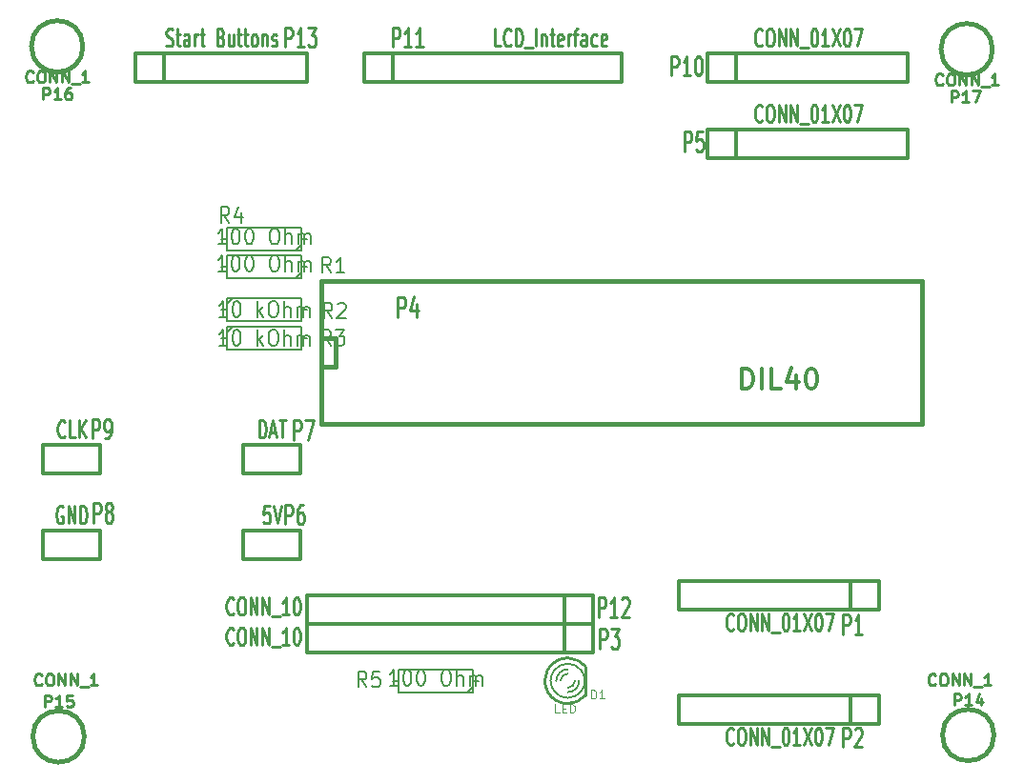
<source format=gto>
G04 (created by PCBNEW (2013-07-07 BZR 4022)-stable) date 12/21/2016 6:33:20 PM*
%MOIN*%
G04 Gerber Fmt 3.4, Leading zero omitted, Abs format*
%FSLAX34Y34*%
G01*
G70*
G90*
G04 APERTURE LIST*
%ADD10C,0.00590551*%
%ADD11C,0.012*%
%ADD12C,0.01*%
%ADD13C,0.006*%
%ADD14C,0.015*%
%ADD15C,0.008*%
%ADD16C,0.0107*%
%ADD17C,0.0035*%
%ADD18C,0.01125*%
G04 APERTURE END LIST*
G54D10*
G54D11*
X94500Y-54050D02*
X94500Y-55050D01*
X94500Y-55050D02*
X85500Y-55050D01*
X85500Y-55050D02*
X85500Y-54050D01*
X94500Y-54050D02*
X85500Y-54050D01*
X86500Y-54050D02*
X86500Y-55050D01*
X97500Y-54050D02*
X97500Y-54050D01*
X97500Y-54050D02*
X104500Y-54050D01*
X104500Y-54050D02*
X104500Y-55050D01*
X104500Y-55050D02*
X97500Y-55050D01*
X97500Y-55050D02*
X97500Y-54050D01*
X98500Y-55050D02*
X98500Y-55050D01*
X98500Y-55050D02*
X98500Y-54050D01*
X97500Y-56700D02*
X97500Y-56700D01*
X97500Y-56700D02*
X104500Y-56700D01*
X104500Y-56700D02*
X104500Y-57700D01*
X104500Y-57700D02*
X97500Y-57700D01*
X97500Y-57700D02*
X97500Y-56700D01*
X98500Y-57700D02*
X98500Y-57700D01*
X98500Y-57700D02*
X98500Y-56700D01*
X103500Y-77500D02*
X103500Y-77500D01*
X103500Y-77500D02*
X96500Y-77500D01*
X96500Y-77500D02*
X96500Y-76500D01*
X96500Y-76500D02*
X103500Y-76500D01*
X103500Y-76500D02*
X103500Y-77500D01*
X102500Y-76500D02*
X102500Y-76500D01*
X102500Y-76500D02*
X102500Y-77500D01*
X103500Y-73500D02*
X103500Y-73500D01*
X103500Y-73500D02*
X96500Y-73500D01*
X96500Y-73500D02*
X96500Y-72500D01*
X96500Y-72500D02*
X103500Y-72500D01*
X103500Y-72500D02*
X103500Y-73500D01*
X102500Y-72500D02*
X102500Y-72500D01*
X102500Y-72500D02*
X102500Y-73500D01*
X77500Y-55050D02*
X77500Y-54050D01*
X77500Y-54050D02*
X83500Y-54050D01*
X83500Y-54050D02*
X83500Y-55050D01*
X83500Y-55050D02*
X77500Y-55050D01*
X78500Y-55050D02*
X78500Y-54050D01*
X81250Y-68750D02*
X81250Y-67750D01*
X81250Y-67750D02*
X83250Y-67750D01*
X83250Y-67750D02*
X83250Y-68750D01*
X83250Y-68750D02*
X81250Y-68750D01*
X81250Y-71750D02*
X81250Y-70750D01*
X81250Y-70750D02*
X83250Y-70750D01*
X83250Y-70750D02*
X83250Y-71750D01*
X83250Y-71750D02*
X81250Y-71750D01*
X74250Y-71750D02*
X74250Y-70750D01*
X74250Y-70750D02*
X76250Y-70750D01*
X76250Y-70750D02*
X76250Y-71750D01*
X76250Y-71750D02*
X74250Y-71750D01*
X74250Y-68750D02*
X74250Y-67750D01*
X74250Y-67750D02*
X76250Y-67750D01*
X76250Y-67750D02*
X76250Y-68750D01*
X76250Y-68750D02*
X74250Y-68750D01*
G54D12*
X93220Y-76500D02*
X93220Y-75500D01*
G54D13*
X92139Y-75615D02*
G75*
G03X92000Y-76000I460J-384D01*
G74*
G01*
X92000Y-76000D02*
G75*
G03X92151Y-76397I599J0D01*
G74*
G01*
X93199Y-76000D02*
G75*
G03X93055Y-75610I-599J0D01*
G74*
G01*
X93060Y-76384D02*
G75*
G03X93200Y-76000I-460J384D01*
G74*
G01*
X93087Y-75650D02*
G75*
G03X92600Y-75400I-487J-349D01*
G74*
G01*
X92600Y-75400D02*
G75*
G03X92120Y-75639I0J-600D01*
G74*
G01*
X92600Y-76599D02*
G75*
G03X93072Y-76368I0J599D01*
G74*
G01*
X92126Y-76368D02*
G75*
G03X92600Y-76600I473J368D01*
G74*
G01*
X92600Y-75750D02*
G75*
G03X92350Y-76000I0J-250D01*
G74*
G01*
X92600Y-75600D02*
G75*
G03X92200Y-76000I0J-400D01*
G74*
G01*
X92600Y-76250D02*
G75*
G03X92850Y-76000I0J250D01*
G74*
G01*
X92600Y-76400D02*
G75*
G03X93000Y-76000I0J400D01*
G74*
G01*
G54D12*
X93213Y-75486D02*
G75*
G03X92600Y-75200I-613J-513D01*
G74*
G01*
X92600Y-75201D02*
G75*
G03X91895Y-75623I0J-799D01*
G74*
G01*
X92601Y-76798D02*
G75*
G03X93210Y-76515I-1J798D01*
G74*
G01*
X91905Y-76397D02*
G75*
G03X92600Y-76800I694J397D01*
G74*
G01*
X91895Y-75620D02*
G75*
G03X91800Y-76000I704J-379D01*
G74*
G01*
X91800Y-76000D02*
G75*
G03X91918Y-76418I799J0D01*
G74*
G01*
G54D14*
X84000Y-64000D02*
X84500Y-64000D01*
X84500Y-64000D02*
X84500Y-65000D01*
X84500Y-65000D02*
X84000Y-65000D01*
X84000Y-62000D02*
X105000Y-62000D01*
X105000Y-62000D02*
X105000Y-67000D01*
X105000Y-67000D02*
X84000Y-67000D01*
X84000Y-67000D02*
X84000Y-62000D01*
G54D11*
X93500Y-73000D02*
X93500Y-74000D01*
X93500Y-74000D02*
X83500Y-74000D01*
X83500Y-74000D02*
X83500Y-73000D01*
X83500Y-73000D02*
X93500Y-73000D01*
X92500Y-73000D02*
X92500Y-74000D01*
X93500Y-74000D02*
X93500Y-75000D01*
X93500Y-75000D02*
X83500Y-75000D01*
X83500Y-75000D02*
X83500Y-74000D01*
X83500Y-74000D02*
X93500Y-74000D01*
X92500Y-74000D02*
X92500Y-75000D01*
G54D15*
X80500Y-63000D02*
X80700Y-63000D01*
X83500Y-63000D02*
X83300Y-63000D01*
X83300Y-63000D02*
X83300Y-62600D01*
X83300Y-62600D02*
X80700Y-62600D01*
X80700Y-62600D02*
X80700Y-63400D01*
X80700Y-63400D02*
X83300Y-63400D01*
X83300Y-63400D02*
X83300Y-63000D01*
X80700Y-62800D02*
X80900Y-62600D01*
G54D14*
X107500Y-77900D02*
G75*
G03X107500Y-77900I-900J0D01*
G74*
G01*
X75700Y-77950D02*
G75*
G03X75700Y-77950I-900J0D01*
G74*
G01*
X75650Y-53800D02*
G75*
G03X75650Y-53800I-900J0D01*
G74*
G01*
X107450Y-53900D02*
G75*
G03X107450Y-53900I-900J0D01*
G74*
G01*
G54D15*
X83500Y-61500D02*
X83300Y-61500D01*
X80500Y-61500D02*
X80700Y-61500D01*
X80700Y-61500D02*
X80700Y-61900D01*
X80700Y-61900D02*
X83300Y-61900D01*
X83300Y-61900D02*
X83300Y-61100D01*
X83300Y-61100D02*
X80700Y-61100D01*
X80700Y-61100D02*
X80700Y-61500D01*
X83300Y-61700D02*
X83100Y-61900D01*
X80500Y-64000D02*
X80700Y-64000D01*
X83500Y-64000D02*
X83300Y-64000D01*
X83300Y-64000D02*
X83300Y-63600D01*
X83300Y-63600D02*
X80700Y-63600D01*
X80700Y-63600D02*
X80700Y-64400D01*
X80700Y-64400D02*
X83300Y-64400D01*
X83300Y-64400D02*
X83300Y-64000D01*
X80700Y-63800D02*
X80900Y-63600D01*
X83500Y-60550D02*
X83300Y-60550D01*
X80500Y-60550D02*
X80700Y-60550D01*
X80700Y-60550D02*
X80700Y-60950D01*
X80700Y-60950D02*
X83300Y-60950D01*
X83300Y-60950D02*
X83300Y-60150D01*
X83300Y-60150D02*
X80700Y-60150D01*
X80700Y-60150D02*
X80700Y-60550D01*
X83300Y-60750D02*
X83100Y-60950D01*
X89500Y-76000D02*
X89300Y-76000D01*
X86500Y-76000D02*
X86700Y-76000D01*
X86700Y-76000D02*
X86700Y-76400D01*
X86700Y-76400D02*
X89300Y-76400D01*
X89300Y-76400D02*
X89300Y-75600D01*
X89300Y-75600D02*
X86700Y-75600D01*
X86700Y-75600D02*
X86700Y-76000D01*
X89300Y-76200D02*
X89100Y-76400D01*
G54D16*
X86480Y-53825D02*
X86480Y-53144D01*
X86643Y-53144D01*
X86684Y-53177D01*
X86704Y-53209D01*
X86724Y-53274D01*
X86724Y-53371D01*
X86704Y-53436D01*
X86684Y-53468D01*
X86643Y-53501D01*
X86480Y-53501D01*
X87132Y-53825D02*
X86887Y-53825D01*
X87010Y-53825D02*
X87010Y-53144D01*
X86969Y-53241D01*
X86928Y-53306D01*
X86887Y-53339D01*
X87540Y-53825D02*
X87295Y-53825D01*
X87417Y-53825D02*
X87417Y-53144D01*
X87377Y-53241D01*
X87336Y-53306D01*
X87295Y-53339D01*
G54D11*
G54D12*
X90247Y-53792D02*
X90057Y-53792D01*
X90057Y-53192D01*
X90609Y-53735D02*
X90590Y-53764D01*
X90533Y-53792D01*
X90495Y-53792D01*
X90438Y-53764D01*
X90400Y-53707D01*
X90380Y-53650D01*
X90361Y-53535D01*
X90361Y-53450D01*
X90380Y-53335D01*
X90400Y-53278D01*
X90438Y-53221D01*
X90495Y-53192D01*
X90533Y-53192D01*
X90590Y-53221D01*
X90609Y-53250D01*
X90780Y-53792D02*
X90780Y-53192D01*
X90876Y-53192D01*
X90933Y-53221D01*
X90971Y-53278D01*
X90990Y-53335D01*
X91009Y-53450D01*
X91009Y-53535D01*
X90990Y-53650D01*
X90971Y-53707D01*
X90933Y-53764D01*
X90876Y-53792D01*
X90780Y-53792D01*
X91085Y-53850D02*
X91390Y-53850D01*
X91485Y-53792D02*
X91485Y-53192D01*
X91676Y-53392D02*
X91676Y-53792D01*
X91676Y-53450D02*
X91695Y-53421D01*
X91733Y-53392D01*
X91790Y-53392D01*
X91828Y-53421D01*
X91847Y-53478D01*
X91847Y-53792D01*
X91980Y-53392D02*
X92133Y-53392D01*
X92038Y-53192D02*
X92038Y-53707D01*
X92057Y-53764D01*
X92095Y-53792D01*
X92133Y-53792D01*
X92419Y-53764D02*
X92380Y-53792D01*
X92304Y-53792D01*
X92266Y-53764D01*
X92247Y-53707D01*
X92247Y-53478D01*
X92266Y-53421D01*
X92304Y-53392D01*
X92380Y-53392D01*
X92419Y-53421D01*
X92438Y-53478D01*
X92438Y-53535D01*
X92247Y-53592D01*
X92609Y-53792D02*
X92609Y-53392D01*
X92609Y-53507D02*
X92628Y-53450D01*
X92647Y-53421D01*
X92685Y-53392D01*
X92723Y-53392D01*
X92800Y-53392D02*
X92952Y-53392D01*
X92857Y-53792D02*
X92857Y-53278D01*
X92876Y-53221D01*
X92914Y-53192D01*
X92952Y-53192D01*
X93257Y-53792D02*
X93257Y-53478D01*
X93238Y-53421D01*
X93199Y-53392D01*
X93123Y-53392D01*
X93085Y-53421D01*
X93257Y-53764D02*
X93219Y-53792D01*
X93123Y-53792D01*
X93085Y-53764D01*
X93066Y-53707D01*
X93066Y-53650D01*
X93085Y-53592D01*
X93123Y-53564D01*
X93219Y-53564D01*
X93257Y-53535D01*
X93619Y-53764D02*
X93580Y-53792D01*
X93504Y-53792D01*
X93466Y-53764D01*
X93447Y-53735D01*
X93428Y-53678D01*
X93428Y-53507D01*
X93447Y-53450D01*
X93466Y-53421D01*
X93504Y-53392D01*
X93580Y-53392D01*
X93619Y-53421D01*
X93942Y-53764D02*
X93904Y-53792D01*
X93828Y-53792D01*
X93790Y-53764D01*
X93771Y-53707D01*
X93771Y-53478D01*
X93790Y-53421D01*
X93828Y-53392D01*
X93904Y-53392D01*
X93942Y-53421D01*
X93961Y-53478D01*
X93961Y-53535D01*
X93771Y-53592D01*
G54D11*
G54D16*
X96230Y-54825D02*
X96230Y-54144D01*
X96393Y-54144D01*
X96434Y-54177D01*
X96454Y-54209D01*
X96474Y-54274D01*
X96474Y-54371D01*
X96454Y-54436D01*
X96434Y-54468D01*
X96393Y-54501D01*
X96230Y-54501D01*
X96882Y-54825D02*
X96637Y-54825D01*
X96760Y-54825D02*
X96760Y-54144D01*
X96719Y-54241D01*
X96678Y-54306D01*
X96637Y-54339D01*
X97147Y-54144D02*
X97188Y-54144D01*
X97228Y-54177D01*
X97249Y-54209D01*
X97269Y-54274D01*
X97290Y-54404D01*
X97290Y-54566D01*
X97269Y-54695D01*
X97249Y-54760D01*
X97228Y-54793D01*
X97188Y-54825D01*
X97147Y-54825D01*
X97106Y-54793D01*
X97086Y-54760D01*
X97065Y-54695D01*
X97045Y-54566D01*
X97045Y-54404D01*
X97065Y-54274D01*
X97086Y-54209D01*
X97106Y-54177D01*
X97147Y-54144D01*
G54D11*
G54D12*
X99390Y-53735D02*
X99371Y-53764D01*
X99314Y-53792D01*
X99276Y-53792D01*
X99219Y-53764D01*
X99180Y-53707D01*
X99161Y-53650D01*
X99142Y-53535D01*
X99142Y-53450D01*
X99161Y-53335D01*
X99180Y-53278D01*
X99219Y-53221D01*
X99276Y-53192D01*
X99314Y-53192D01*
X99371Y-53221D01*
X99390Y-53250D01*
X99638Y-53192D02*
X99714Y-53192D01*
X99752Y-53221D01*
X99790Y-53278D01*
X99809Y-53392D01*
X99809Y-53592D01*
X99790Y-53707D01*
X99752Y-53764D01*
X99714Y-53792D01*
X99638Y-53792D01*
X99600Y-53764D01*
X99561Y-53707D01*
X99542Y-53592D01*
X99542Y-53392D01*
X99561Y-53278D01*
X99600Y-53221D01*
X99638Y-53192D01*
X99980Y-53792D02*
X99980Y-53192D01*
X100209Y-53792D01*
X100209Y-53192D01*
X100400Y-53792D02*
X100400Y-53192D01*
X100628Y-53792D01*
X100628Y-53192D01*
X100723Y-53850D02*
X101028Y-53850D01*
X101200Y-53192D02*
X101238Y-53192D01*
X101276Y-53221D01*
X101295Y-53250D01*
X101314Y-53307D01*
X101333Y-53421D01*
X101333Y-53564D01*
X101314Y-53678D01*
X101295Y-53735D01*
X101276Y-53764D01*
X101238Y-53792D01*
X101200Y-53792D01*
X101161Y-53764D01*
X101142Y-53735D01*
X101123Y-53678D01*
X101104Y-53564D01*
X101104Y-53421D01*
X101123Y-53307D01*
X101142Y-53250D01*
X101161Y-53221D01*
X101200Y-53192D01*
X101714Y-53792D02*
X101485Y-53792D01*
X101600Y-53792D02*
X101600Y-53192D01*
X101561Y-53278D01*
X101523Y-53335D01*
X101485Y-53364D01*
X101847Y-53192D02*
X102114Y-53792D01*
X102114Y-53192D02*
X101847Y-53792D01*
X102342Y-53192D02*
X102380Y-53192D01*
X102419Y-53221D01*
X102438Y-53250D01*
X102457Y-53307D01*
X102476Y-53421D01*
X102476Y-53564D01*
X102457Y-53678D01*
X102438Y-53735D01*
X102419Y-53764D01*
X102380Y-53792D01*
X102342Y-53792D01*
X102304Y-53764D01*
X102285Y-53735D01*
X102266Y-53678D01*
X102247Y-53564D01*
X102247Y-53421D01*
X102266Y-53307D01*
X102285Y-53250D01*
X102304Y-53221D01*
X102342Y-53192D01*
X102609Y-53192D02*
X102876Y-53192D01*
X102704Y-53792D01*
G54D11*
G54D16*
X96684Y-57475D02*
X96684Y-56794D01*
X96847Y-56794D01*
X96887Y-56827D01*
X96908Y-56859D01*
X96928Y-56924D01*
X96928Y-57021D01*
X96908Y-57086D01*
X96887Y-57118D01*
X96847Y-57151D01*
X96684Y-57151D01*
X97315Y-56794D02*
X97112Y-56794D01*
X97091Y-57118D01*
X97112Y-57086D01*
X97152Y-57054D01*
X97254Y-57054D01*
X97295Y-57086D01*
X97315Y-57118D01*
X97336Y-57183D01*
X97336Y-57345D01*
X97315Y-57410D01*
X97295Y-57443D01*
X97254Y-57475D01*
X97152Y-57475D01*
X97112Y-57443D01*
X97091Y-57410D01*
G54D11*
G54D12*
X99390Y-56385D02*
X99371Y-56414D01*
X99314Y-56442D01*
X99276Y-56442D01*
X99219Y-56414D01*
X99180Y-56357D01*
X99161Y-56300D01*
X99142Y-56185D01*
X99142Y-56100D01*
X99161Y-55985D01*
X99180Y-55928D01*
X99219Y-55871D01*
X99276Y-55842D01*
X99314Y-55842D01*
X99371Y-55871D01*
X99390Y-55900D01*
X99638Y-55842D02*
X99714Y-55842D01*
X99752Y-55871D01*
X99790Y-55928D01*
X99809Y-56042D01*
X99809Y-56242D01*
X99790Y-56357D01*
X99752Y-56414D01*
X99714Y-56442D01*
X99638Y-56442D01*
X99600Y-56414D01*
X99561Y-56357D01*
X99542Y-56242D01*
X99542Y-56042D01*
X99561Y-55928D01*
X99600Y-55871D01*
X99638Y-55842D01*
X99980Y-56442D02*
X99980Y-55842D01*
X100209Y-56442D01*
X100209Y-55842D01*
X100400Y-56442D02*
X100400Y-55842D01*
X100628Y-56442D01*
X100628Y-55842D01*
X100723Y-56500D02*
X101028Y-56500D01*
X101200Y-55842D02*
X101238Y-55842D01*
X101276Y-55871D01*
X101295Y-55900D01*
X101314Y-55957D01*
X101333Y-56071D01*
X101333Y-56214D01*
X101314Y-56328D01*
X101295Y-56385D01*
X101276Y-56414D01*
X101238Y-56442D01*
X101200Y-56442D01*
X101161Y-56414D01*
X101142Y-56385D01*
X101123Y-56328D01*
X101104Y-56214D01*
X101104Y-56071D01*
X101123Y-55957D01*
X101142Y-55900D01*
X101161Y-55871D01*
X101200Y-55842D01*
X101714Y-56442D02*
X101485Y-56442D01*
X101600Y-56442D02*
X101600Y-55842D01*
X101561Y-55928D01*
X101523Y-55985D01*
X101485Y-56014D01*
X101847Y-55842D02*
X102114Y-56442D01*
X102114Y-55842D02*
X101847Y-56442D01*
X102342Y-55842D02*
X102380Y-55842D01*
X102419Y-55871D01*
X102438Y-55900D01*
X102457Y-55957D01*
X102476Y-56071D01*
X102476Y-56214D01*
X102457Y-56328D01*
X102438Y-56385D01*
X102419Y-56414D01*
X102380Y-56442D01*
X102342Y-56442D01*
X102304Y-56414D01*
X102285Y-56385D01*
X102266Y-56328D01*
X102247Y-56214D01*
X102247Y-56071D01*
X102266Y-55957D01*
X102285Y-55900D01*
X102304Y-55871D01*
X102342Y-55842D01*
X102609Y-55842D02*
X102876Y-55842D01*
X102704Y-56442D01*
G54D11*
G54D16*
X102234Y-78325D02*
X102234Y-77644D01*
X102397Y-77644D01*
X102437Y-77677D01*
X102458Y-77709D01*
X102478Y-77774D01*
X102478Y-77871D01*
X102458Y-77936D01*
X102437Y-77968D01*
X102397Y-78001D01*
X102234Y-78001D01*
X102641Y-77709D02*
X102662Y-77677D01*
X102702Y-77644D01*
X102804Y-77644D01*
X102845Y-77677D01*
X102865Y-77709D01*
X102886Y-77774D01*
X102886Y-77839D01*
X102865Y-77936D01*
X102621Y-78325D01*
X102886Y-78325D01*
G54D11*
G54D12*
X98390Y-78185D02*
X98371Y-78214D01*
X98314Y-78242D01*
X98276Y-78242D01*
X98219Y-78214D01*
X98180Y-78157D01*
X98161Y-78100D01*
X98142Y-77985D01*
X98142Y-77900D01*
X98161Y-77785D01*
X98180Y-77728D01*
X98219Y-77671D01*
X98276Y-77642D01*
X98314Y-77642D01*
X98371Y-77671D01*
X98390Y-77700D01*
X98638Y-77642D02*
X98714Y-77642D01*
X98752Y-77671D01*
X98790Y-77728D01*
X98809Y-77842D01*
X98809Y-78042D01*
X98790Y-78157D01*
X98752Y-78214D01*
X98714Y-78242D01*
X98638Y-78242D01*
X98600Y-78214D01*
X98561Y-78157D01*
X98542Y-78042D01*
X98542Y-77842D01*
X98561Y-77728D01*
X98600Y-77671D01*
X98638Y-77642D01*
X98980Y-78242D02*
X98980Y-77642D01*
X99209Y-78242D01*
X99209Y-77642D01*
X99400Y-78242D02*
X99400Y-77642D01*
X99628Y-78242D01*
X99628Y-77642D01*
X99723Y-78300D02*
X100028Y-78300D01*
X100200Y-77642D02*
X100238Y-77642D01*
X100276Y-77671D01*
X100295Y-77700D01*
X100314Y-77757D01*
X100333Y-77871D01*
X100333Y-78014D01*
X100314Y-78128D01*
X100295Y-78185D01*
X100276Y-78214D01*
X100238Y-78242D01*
X100200Y-78242D01*
X100161Y-78214D01*
X100142Y-78185D01*
X100123Y-78128D01*
X100104Y-78014D01*
X100104Y-77871D01*
X100123Y-77757D01*
X100142Y-77700D01*
X100161Y-77671D01*
X100200Y-77642D01*
X100714Y-78242D02*
X100485Y-78242D01*
X100600Y-78242D02*
X100600Y-77642D01*
X100561Y-77728D01*
X100523Y-77785D01*
X100485Y-77814D01*
X100847Y-77642D02*
X101114Y-78242D01*
X101114Y-77642D02*
X100847Y-78242D01*
X101342Y-77642D02*
X101380Y-77642D01*
X101419Y-77671D01*
X101438Y-77700D01*
X101457Y-77757D01*
X101476Y-77871D01*
X101476Y-78014D01*
X101457Y-78128D01*
X101438Y-78185D01*
X101419Y-78214D01*
X101380Y-78242D01*
X101342Y-78242D01*
X101304Y-78214D01*
X101285Y-78185D01*
X101266Y-78128D01*
X101247Y-78014D01*
X101247Y-77871D01*
X101266Y-77757D01*
X101285Y-77700D01*
X101304Y-77671D01*
X101342Y-77642D01*
X101609Y-77642D02*
X101876Y-77642D01*
X101704Y-78242D01*
G54D11*
G54D16*
X102234Y-74375D02*
X102234Y-73694D01*
X102397Y-73694D01*
X102437Y-73727D01*
X102458Y-73759D01*
X102478Y-73824D01*
X102478Y-73921D01*
X102458Y-73986D01*
X102437Y-74018D01*
X102397Y-74051D01*
X102234Y-74051D01*
X102886Y-74375D02*
X102641Y-74375D01*
X102764Y-74375D02*
X102764Y-73694D01*
X102723Y-73791D01*
X102682Y-73856D01*
X102641Y-73889D01*
G54D11*
G54D12*
X98390Y-74185D02*
X98371Y-74214D01*
X98314Y-74242D01*
X98276Y-74242D01*
X98219Y-74214D01*
X98180Y-74157D01*
X98161Y-74100D01*
X98142Y-73985D01*
X98142Y-73900D01*
X98161Y-73785D01*
X98180Y-73728D01*
X98219Y-73671D01*
X98276Y-73642D01*
X98314Y-73642D01*
X98371Y-73671D01*
X98390Y-73700D01*
X98638Y-73642D02*
X98714Y-73642D01*
X98752Y-73671D01*
X98790Y-73728D01*
X98809Y-73842D01*
X98809Y-74042D01*
X98790Y-74157D01*
X98752Y-74214D01*
X98714Y-74242D01*
X98638Y-74242D01*
X98600Y-74214D01*
X98561Y-74157D01*
X98542Y-74042D01*
X98542Y-73842D01*
X98561Y-73728D01*
X98600Y-73671D01*
X98638Y-73642D01*
X98980Y-74242D02*
X98980Y-73642D01*
X99209Y-74242D01*
X99209Y-73642D01*
X99400Y-74242D02*
X99400Y-73642D01*
X99628Y-74242D01*
X99628Y-73642D01*
X99723Y-74300D02*
X100028Y-74300D01*
X100200Y-73642D02*
X100238Y-73642D01*
X100276Y-73671D01*
X100295Y-73700D01*
X100314Y-73757D01*
X100333Y-73871D01*
X100333Y-74014D01*
X100314Y-74128D01*
X100295Y-74185D01*
X100276Y-74214D01*
X100238Y-74242D01*
X100200Y-74242D01*
X100161Y-74214D01*
X100142Y-74185D01*
X100123Y-74128D01*
X100104Y-74014D01*
X100104Y-73871D01*
X100123Y-73757D01*
X100142Y-73700D01*
X100161Y-73671D01*
X100200Y-73642D01*
X100714Y-74242D02*
X100485Y-74242D01*
X100600Y-74242D02*
X100600Y-73642D01*
X100561Y-73728D01*
X100523Y-73785D01*
X100485Y-73814D01*
X100847Y-73642D02*
X101114Y-74242D01*
X101114Y-73642D02*
X100847Y-74242D01*
X101342Y-73642D02*
X101380Y-73642D01*
X101419Y-73671D01*
X101438Y-73700D01*
X101457Y-73757D01*
X101476Y-73871D01*
X101476Y-74014D01*
X101457Y-74128D01*
X101438Y-74185D01*
X101419Y-74214D01*
X101380Y-74242D01*
X101342Y-74242D01*
X101304Y-74214D01*
X101285Y-74185D01*
X101266Y-74128D01*
X101247Y-74014D01*
X101247Y-73871D01*
X101266Y-73757D01*
X101285Y-73700D01*
X101304Y-73671D01*
X101342Y-73642D01*
X101609Y-73642D02*
X101876Y-73642D01*
X101704Y-74242D01*
G54D11*
G54D16*
X82730Y-53825D02*
X82730Y-53144D01*
X82893Y-53144D01*
X82934Y-53177D01*
X82954Y-53209D01*
X82974Y-53274D01*
X82974Y-53371D01*
X82954Y-53436D01*
X82934Y-53468D01*
X82893Y-53501D01*
X82730Y-53501D01*
X83382Y-53825D02*
X83137Y-53825D01*
X83260Y-53825D02*
X83260Y-53144D01*
X83219Y-53241D01*
X83178Y-53306D01*
X83137Y-53339D01*
X83525Y-53144D02*
X83790Y-53144D01*
X83647Y-53404D01*
X83708Y-53404D01*
X83749Y-53436D01*
X83769Y-53468D01*
X83790Y-53533D01*
X83790Y-53695D01*
X83769Y-53760D01*
X83749Y-53793D01*
X83708Y-53825D01*
X83586Y-53825D01*
X83545Y-53793D01*
X83525Y-53760D01*
G54D11*
G54D12*
X78566Y-53764D02*
X78623Y-53792D01*
X78719Y-53792D01*
X78757Y-53764D01*
X78776Y-53735D01*
X78795Y-53678D01*
X78795Y-53621D01*
X78776Y-53564D01*
X78757Y-53535D01*
X78719Y-53507D01*
X78642Y-53478D01*
X78604Y-53450D01*
X78585Y-53421D01*
X78566Y-53364D01*
X78566Y-53307D01*
X78585Y-53250D01*
X78604Y-53221D01*
X78642Y-53192D01*
X78738Y-53192D01*
X78795Y-53221D01*
X78909Y-53392D02*
X79061Y-53392D01*
X78966Y-53192D02*
X78966Y-53707D01*
X78985Y-53764D01*
X79023Y-53792D01*
X79061Y-53792D01*
X79366Y-53792D02*
X79366Y-53478D01*
X79347Y-53421D01*
X79309Y-53392D01*
X79233Y-53392D01*
X79195Y-53421D01*
X79366Y-53764D02*
X79328Y-53792D01*
X79233Y-53792D01*
X79195Y-53764D01*
X79176Y-53707D01*
X79176Y-53650D01*
X79195Y-53592D01*
X79233Y-53564D01*
X79328Y-53564D01*
X79366Y-53535D01*
X79557Y-53792D02*
X79557Y-53392D01*
X79557Y-53507D02*
X79576Y-53450D01*
X79595Y-53421D01*
X79633Y-53392D01*
X79671Y-53392D01*
X79747Y-53392D02*
X79900Y-53392D01*
X79804Y-53192D02*
X79804Y-53707D01*
X79823Y-53764D01*
X79861Y-53792D01*
X79900Y-53792D01*
X80471Y-53478D02*
X80528Y-53507D01*
X80547Y-53535D01*
X80566Y-53592D01*
X80566Y-53678D01*
X80547Y-53735D01*
X80528Y-53764D01*
X80490Y-53792D01*
X80338Y-53792D01*
X80338Y-53192D01*
X80471Y-53192D01*
X80509Y-53221D01*
X80528Y-53250D01*
X80547Y-53307D01*
X80547Y-53364D01*
X80528Y-53421D01*
X80509Y-53450D01*
X80471Y-53478D01*
X80338Y-53478D01*
X80909Y-53392D02*
X80909Y-53792D01*
X80738Y-53392D02*
X80738Y-53707D01*
X80757Y-53764D01*
X80795Y-53792D01*
X80852Y-53792D01*
X80890Y-53764D01*
X80909Y-53735D01*
X81042Y-53392D02*
X81195Y-53392D01*
X81100Y-53192D02*
X81100Y-53707D01*
X81119Y-53764D01*
X81157Y-53792D01*
X81195Y-53792D01*
X81271Y-53392D02*
X81423Y-53392D01*
X81328Y-53192D02*
X81328Y-53707D01*
X81347Y-53764D01*
X81385Y-53792D01*
X81423Y-53792D01*
X81614Y-53792D02*
X81576Y-53764D01*
X81557Y-53735D01*
X81538Y-53678D01*
X81538Y-53507D01*
X81557Y-53450D01*
X81576Y-53421D01*
X81614Y-53392D01*
X81671Y-53392D01*
X81709Y-53421D01*
X81728Y-53450D01*
X81747Y-53507D01*
X81747Y-53678D01*
X81728Y-53735D01*
X81709Y-53764D01*
X81671Y-53792D01*
X81614Y-53792D01*
X81919Y-53392D02*
X81919Y-53792D01*
X81919Y-53450D02*
X81938Y-53421D01*
X81976Y-53392D01*
X82033Y-53392D01*
X82071Y-53421D01*
X82090Y-53478D01*
X82090Y-53792D01*
X82261Y-53764D02*
X82299Y-53792D01*
X82376Y-53792D01*
X82414Y-53764D01*
X82433Y-53707D01*
X82433Y-53678D01*
X82414Y-53621D01*
X82376Y-53592D01*
X82319Y-53592D01*
X82280Y-53564D01*
X82261Y-53507D01*
X82261Y-53478D01*
X82280Y-53421D01*
X82319Y-53392D01*
X82376Y-53392D01*
X82414Y-53421D01*
G54D11*
G54D16*
X83034Y-67575D02*
X83034Y-66894D01*
X83197Y-66894D01*
X83237Y-66927D01*
X83258Y-66959D01*
X83278Y-67024D01*
X83278Y-67121D01*
X83258Y-67186D01*
X83237Y-67218D01*
X83197Y-67251D01*
X83034Y-67251D01*
X83421Y-66894D02*
X83706Y-66894D01*
X83523Y-67575D01*
G54D11*
G54D12*
X81821Y-67492D02*
X81821Y-66892D01*
X81916Y-66892D01*
X81973Y-66921D01*
X82011Y-66978D01*
X82030Y-67035D01*
X82050Y-67150D01*
X82050Y-67235D01*
X82030Y-67350D01*
X82011Y-67407D01*
X81973Y-67464D01*
X81916Y-67492D01*
X81821Y-67492D01*
X82202Y-67321D02*
X82392Y-67321D01*
X82164Y-67492D02*
X82297Y-66892D01*
X82430Y-67492D01*
X82507Y-66892D02*
X82735Y-66892D01*
X82621Y-67492D02*
X82621Y-66892D01*
G54D11*
G54D16*
X82734Y-70525D02*
X82734Y-69844D01*
X82897Y-69844D01*
X82937Y-69877D01*
X82958Y-69909D01*
X82978Y-69974D01*
X82978Y-70071D01*
X82958Y-70136D01*
X82937Y-70168D01*
X82897Y-70201D01*
X82734Y-70201D01*
X83345Y-69844D02*
X83264Y-69844D01*
X83223Y-69877D01*
X83202Y-69909D01*
X83162Y-70006D01*
X83141Y-70136D01*
X83141Y-70395D01*
X83162Y-70460D01*
X83182Y-70493D01*
X83223Y-70525D01*
X83304Y-70525D01*
X83345Y-70493D01*
X83365Y-70460D01*
X83386Y-70395D01*
X83386Y-70233D01*
X83365Y-70168D01*
X83345Y-70136D01*
X83304Y-70104D01*
X83223Y-70104D01*
X83182Y-70136D01*
X83162Y-70168D01*
X83141Y-70233D01*
G54D11*
G54D12*
X82173Y-69892D02*
X81983Y-69892D01*
X81964Y-70178D01*
X81983Y-70150D01*
X82021Y-70121D01*
X82116Y-70121D01*
X82154Y-70150D01*
X82173Y-70178D01*
X82192Y-70235D01*
X82192Y-70378D01*
X82173Y-70435D01*
X82154Y-70464D01*
X82116Y-70492D01*
X82021Y-70492D01*
X81983Y-70464D01*
X81964Y-70435D01*
X82307Y-69892D02*
X82440Y-70492D01*
X82573Y-69892D01*
G54D11*
G54D16*
X76034Y-70475D02*
X76034Y-69794D01*
X76197Y-69794D01*
X76237Y-69827D01*
X76258Y-69859D01*
X76278Y-69924D01*
X76278Y-70021D01*
X76258Y-70086D01*
X76237Y-70118D01*
X76197Y-70151D01*
X76034Y-70151D01*
X76523Y-70086D02*
X76482Y-70054D01*
X76462Y-70021D01*
X76441Y-69956D01*
X76441Y-69924D01*
X76462Y-69859D01*
X76482Y-69827D01*
X76523Y-69794D01*
X76604Y-69794D01*
X76645Y-69827D01*
X76665Y-69859D01*
X76686Y-69924D01*
X76686Y-69956D01*
X76665Y-70021D01*
X76645Y-70054D01*
X76604Y-70086D01*
X76523Y-70086D01*
X76482Y-70118D01*
X76462Y-70151D01*
X76441Y-70216D01*
X76441Y-70345D01*
X76462Y-70410D01*
X76482Y-70443D01*
X76523Y-70475D01*
X76604Y-70475D01*
X76645Y-70443D01*
X76665Y-70410D01*
X76686Y-70345D01*
X76686Y-70216D01*
X76665Y-70151D01*
X76645Y-70118D01*
X76604Y-70086D01*
G54D11*
G54D12*
X74945Y-69921D02*
X74907Y-69892D01*
X74850Y-69892D01*
X74792Y-69921D01*
X74754Y-69978D01*
X74735Y-70035D01*
X74716Y-70150D01*
X74716Y-70235D01*
X74735Y-70350D01*
X74754Y-70407D01*
X74792Y-70464D01*
X74850Y-70492D01*
X74888Y-70492D01*
X74945Y-70464D01*
X74964Y-70435D01*
X74964Y-70235D01*
X74888Y-70235D01*
X75135Y-70492D02*
X75135Y-69892D01*
X75364Y-70492D01*
X75364Y-69892D01*
X75554Y-70492D02*
X75554Y-69892D01*
X75650Y-69892D01*
X75707Y-69921D01*
X75745Y-69978D01*
X75764Y-70035D01*
X75783Y-70150D01*
X75783Y-70235D01*
X75764Y-70350D01*
X75745Y-70407D01*
X75707Y-70464D01*
X75650Y-70492D01*
X75554Y-70492D01*
G54D11*
G54D16*
X75984Y-67525D02*
X75984Y-66844D01*
X76147Y-66844D01*
X76187Y-66877D01*
X76208Y-66909D01*
X76228Y-66974D01*
X76228Y-67071D01*
X76208Y-67136D01*
X76187Y-67168D01*
X76147Y-67201D01*
X75984Y-67201D01*
X76432Y-67525D02*
X76514Y-67525D01*
X76554Y-67493D01*
X76575Y-67460D01*
X76615Y-67363D01*
X76636Y-67233D01*
X76636Y-66974D01*
X76615Y-66909D01*
X76595Y-66877D01*
X76554Y-66844D01*
X76473Y-66844D01*
X76432Y-66877D01*
X76412Y-66909D01*
X76391Y-66974D01*
X76391Y-67136D01*
X76412Y-67201D01*
X76432Y-67233D01*
X76473Y-67266D01*
X76554Y-67266D01*
X76595Y-67233D01*
X76615Y-67201D01*
X76636Y-67136D01*
G54D11*
G54D12*
X75011Y-67435D02*
X74992Y-67464D01*
X74935Y-67492D01*
X74897Y-67492D01*
X74840Y-67464D01*
X74802Y-67407D01*
X74783Y-67350D01*
X74764Y-67235D01*
X74764Y-67150D01*
X74783Y-67035D01*
X74802Y-66978D01*
X74840Y-66921D01*
X74897Y-66892D01*
X74935Y-66892D01*
X74992Y-66921D01*
X75011Y-66950D01*
X75373Y-67492D02*
X75183Y-67492D01*
X75183Y-66892D01*
X75507Y-67492D02*
X75507Y-66892D01*
X75735Y-67492D02*
X75564Y-67150D01*
X75735Y-66892D02*
X75507Y-67235D01*
G54D11*
G54D17*
X93428Y-76621D02*
X93428Y-76321D01*
X93500Y-76321D01*
X93542Y-76335D01*
X93571Y-76364D01*
X93585Y-76392D01*
X93600Y-76450D01*
X93600Y-76492D01*
X93585Y-76550D01*
X93571Y-76578D01*
X93542Y-76607D01*
X93500Y-76621D01*
X93428Y-76621D01*
X93885Y-76621D02*
X93714Y-76621D01*
X93800Y-76621D02*
X93800Y-76321D01*
X93771Y-76364D01*
X93742Y-76392D01*
X93714Y-76407D01*
X92307Y-77121D02*
X92164Y-77121D01*
X92164Y-76821D01*
X92407Y-76964D02*
X92507Y-76964D01*
X92550Y-77121D02*
X92407Y-77121D01*
X92407Y-76821D01*
X92550Y-76821D01*
X92678Y-77121D02*
X92678Y-76821D01*
X92750Y-76821D01*
X92792Y-76835D01*
X92821Y-76864D01*
X92835Y-76892D01*
X92850Y-76950D01*
X92850Y-76992D01*
X92835Y-77050D01*
X92821Y-77078D01*
X92792Y-77107D01*
X92750Y-77121D01*
X92678Y-77121D01*
G54D18*
X86667Y-63283D02*
X86667Y-62583D01*
X86839Y-62583D01*
X86882Y-62616D01*
X86903Y-62650D01*
X86925Y-62716D01*
X86925Y-62816D01*
X86903Y-62883D01*
X86882Y-62916D01*
X86839Y-62950D01*
X86667Y-62950D01*
X87310Y-62816D02*
X87310Y-63283D01*
X87203Y-62550D02*
X87096Y-63050D01*
X87375Y-63050D01*
G54D11*
X98700Y-65783D02*
X98700Y-65083D01*
X98866Y-65083D01*
X98966Y-65116D01*
X99033Y-65183D01*
X99066Y-65250D01*
X99100Y-65383D01*
X99100Y-65483D01*
X99066Y-65616D01*
X99033Y-65683D01*
X98966Y-65750D01*
X98866Y-65783D01*
X98700Y-65783D01*
X99400Y-65783D02*
X99400Y-65083D01*
X100066Y-65783D02*
X99733Y-65783D01*
X99733Y-65083D01*
X100600Y-65316D02*
X100600Y-65783D01*
X100433Y-65050D02*
X100266Y-65550D01*
X100700Y-65550D01*
X101100Y-65083D02*
X101166Y-65083D01*
X101233Y-65116D01*
X101266Y-65150D01*
X101300Y-65216D01*
X101333Y-65350D01*
X101333Y-65516D01*
X101300Y-65650D01*
X101266Y-65716D01*
X101233Y-65750D01*
X101166Y-65783D01*
X101100Y-65783D01*
X101033Y-65750D01*
X101000Y-65716D01*
X100966Y-65650D01*
X100933Y-65516D01*
X100933Y-65350D01*
X100966Y-65216D01*
X101000Y-65150D01*
X101033Y-65116D01*
X101100Y-65083D01*
G54D16*
X93680Y-73775D02*
X93680Y-73094D01*
X93843Y-73094D01*
X93884Y-73127D01*
X93904Y-73159D01*
X93924Y-73224D01*
X93924Y-73321D01*
X93904Y-73386D01*
X93884Y-73418D01*
X93843Y-73451D01*
X93680Y-73451D01*
X94332Y-73775D02*
X94087Y-73775D01*
X94210Y-73775D02*
X94210Y-73094D01*
X94169Y-73191D01*
X94128Y-73256D01*
X94087Y-73289D01*
X94495Y-73159D02*
X94515Y-73127D01*
X94556Y-73094D01*
X94658Y-73094D01*
X94699Y-73127D01*
X94719Y-73159D01*
X94740Y-73224D01*
X94740Y-73289D01*
X94719Y-73386D01*
X94475Y-73775D01*
X94740Y-73775D01*
G54D11*
G54D12*
X80911Y-73635D02*
X80892Y-73664D01*
X80835Y-73692D01*
X80797Y-73692D01*
X80740Y-73664D01*
X80702Y-73607D01*
X80683Y-73550D01*
X80664Y-73435D01*
X80664Y-73350D01*
X80683Y-73235D01*
X80702Y-73178D01*
X80740Y-73121D01*
X80797Y-73092D01*
X80835Y-73092D01*
X80892Y-73121D01*
X80911Y-73150D01*
X81159Y-73092D02*
X81235Y-73092D01*
X81273Y-73121D01*
X81311Y-73178D01*
X81330Y-73292D01*
X81330Y-73492D01*
X81311Y-73607D01*
X81273Y-73664D01*
X81235Y-73692D01*
X81159Y-73692D01*
X81121Y-73664D01*
X81083Y-73607D01*
X81064Y-73492D01*
X81064Y-73292D01*
X81083Y-73178D01*
X81121Y-73121D01*
X81159Y-73092D01*
X81502Y-73692D02*
X81502Y-73092D01*
X81730Y-73692D01*
X81730Y-73092D01*
X81921Y-73692D02*
X81921Y-73092D01*
X82150Y-73692D01*
X82150Y-73092D01*
X82245Y-73750D02*
X82550Y-73750D01*
X82854Y-73692D02*
X82626Y-73692D01*
X82740Y-73692D02*
X82740Y-73092D01*
X82702Y-73178D01*
X82664Y-73235D01*
X82626Y-73264D01*
X83102Y-73092D02*
X83140Y-73092D01*
X83178Y-73121D01*
X83197Y-73150D01*
X83216Y-73207D01*
X83235Y-73321D01*
X83235Y-73464D01*
X83216Y-73578D01*
X83197Y-73635D01*
X83178Y-73664D01*
X83140Y-73692D01*
X83102Y-73692D01*
X83064Y-73664D01*
X83045Y-73635D01*
X83026Y-73578D01*
X83007Y-73464D01*
X83007Y-73321D01*
X83026Y-73207D01*
X83045Y-73150D01*
X83064Y-73121D01*
X83102Y-73092D01*
G54D11*
G54D16*
X93734Y-74875D02*
X93734Y-74194D01*
X93897Y-74194D01*
X93937Y-74227D01*
X93958Y-74259D01*
X93978Y-74324D01*
X93978Y-74421D01*
X93958Y-74486D01*
X93937Y-74518D01*
X93897Y-74551D01*
X93734Y-74551D01*
X94121Y-74194D02*
X94386Y-74194D01*
X94243Y-74454D01*
X94304Y-74454D01*
X94345Y-74486D01*
X94365Y-74518D01*
X94386Y-74583D01*
X94386Y-74745D01*
X94365Y-74810D01*
X94345Y-74843D01*
X94304Y-74875D01*
X94182Y-74875D01*
X94141Y-74843D01*
X94121Y-74810D01*
G54D11*
G54D12*
X80911Y-74685D02*
X80892Y-74714D01*
X80835Y-74742D01*
X80797Y-74742D01*
X80740Y-74714D01*
X80702Y-74657D01*
X80683Y-74600D01*
X80664Y-74485D01*
X80664Y-74400D01*
X80683Y-74285D01*
X80702Y-74228D01*
X80740Y-74171D01*
X80797Y-74142D01*
X80835Y-74142D01*
X80892Y-74171D01*
X80911Y-74200D01*
X81159Y-74142D02*
X81235Y-74142D01*
X81273Y-74171D01*
X81311Y-74228D01*
X81330Y-74342D01*
X81330Y-74542D01*
X81311Y-74657D01*
X81273Y-74714D01*
X81235Y-74742D01*
X81159Y-74742D01*
X81121Y-74714D01*
X81083Y-74657D01*
X81064Y-74542D01*
X81064Y-74342D01*
X81083Y-74228D01*
X81121Y-74171D01*
X81159Y-74142D01*
X81502Y-74742D02*
X81502Y-74142D01*
X81730Y-74742D01*
X81730Y-74142D01*
X81921Y-74742D02*
X81921Y-74142D01*
X82150Y-74742D01*
X82150Y-74142D01*
X82245Y-74800D02*
X82550Y-74800D01*
X82854Y-74742D02*
X82626Y-74742D01*
X82740Y-74742D02*
X82740Y-74142D01*
X82702Y-74228D01*
X82664Y-74285D01*
X82626Y-74314D01*
X83102Y-74142D02*
X83140Y-74142D01*
X83178Y-74171D01*
X83197Y-74200D01*
X83216Y-74257D01*
X83235Y-74371D01*
X83235Y-74514D01*
X83216Y-74628D01*
X83197Y-74685D01*
X83178Y-74714D01*
X83140Y-74742D01*
X83102Y-74742D01*
X83064Y-74714D01*
X83045Y-74685D01*
X83026Y-74628D01*
X83007Y-74514D01*
X83007Y-74371D01*
X83026Y-74257D01*
X83045Y-74200D01*
X83064Y-74171D01*
X83102Y-74142D01*
G54D11*
G54D15*
X84366Y-63322D02*
X84200Y-63060D01*
X84080Y-63322D02*
X84080Y-62772D01*
X84271Y-62772D01*
X84319Y-62798D01*
X84342Y-62825D01*
X84366Y-62877D01*
X84366Y-62955D01*
X84342Y-63008D01*
X84319Y-63034D01*
X84271Y-63060D01*
X84080Y-63060D01*
X84557Y-62825D02*
X84580Y-62798D01*
X84628Y-62772D01*
X84747Y-62772D01*
X84795Y-62798D01*
X84819Y-62825D01*
X84842Y-62877D01*
X84842Y-62929D01*
X84819Y-63008D01*
X84533Y-63322D01*
X84842Y-63322D01*
X80690Y-63272D02*
X80404Y-63272D01*
X80547Y-63272D02*
X80547Y-62722D01*
X80500Y-62801D01*
X80452Y-62853D01*
X80404Y-62879D01*
X81000Y-62722D02*
X81047Y-62722D01*
X81095Y-62748D01*
X81119Y-62775D01*
X81142Y-62827D01*
X81166Y-62932D01*
X81166Y-63063D01*
X81142Y-63167D01*
X81119Y-63220D01*
X81095Y-63246D01*
X81047Y-63272D01*
X81000Y-63272D01*
X80952Y-63246D01*
X80928Y-63220D01*
X80904Y-63167D01*
X80880Y-63063D01*
X80880Y-62932D01*
X80904Y-62827D01*
X80928Y-62775D01*
X80952Y-62748D01*
X81000Y-62722D01*
X81761Y-63272D02*
X81761Y-62722D01*
X81809Y-63063D02*
X81952Y-63272D01*
X81952Y-62905D02*
X81761Y-63115D01*
X82261Y-62722D02*
X82357Y-62722D01*
X82404Y-62748D01*
X82452Y-62801D01*
X82476Y-62905D01*
X82476Y-63089D01*
X82452Y-63194D01*
X82404Y-63246D01*
X82357Y-63272D01*
X82261Y-63272D01*
X82214Y-63246D01*
X82166Y-63194D01*
X82142Y-63089D01*
X82142Y-62905D01*
X82166Y-62801D01*
X82214Y-62748D01*
X82261Y-62722D01*
X82690Y-63272D02*
X82690Y-62722D01*
X82904Y-63272D02*
X82904Y-62984D01*
X82880Y-62932D01*
X82833Y-62905D01*
X82761Y-62905D01*
X82714Y-62932D01*
X82690Y-62958D01*
X83142Y-63272D02*
X83142Y-62905D01*
X83142Y-62958D02*
X83166Y-62932D01*
X83214Y-62905D01*
X83285Y-62905D01*
X83333Y-62932D01*
X83357Y-62984D01*
X83357Y-63272D01*
X83357Y-62984D02*
X83380Y-62932D01*
X83428Y-62905D01*
X83500Y-62905D01*
X83547Y-62932D01*
X83571Y-62984D01*
X83571Y-63272D01*
G54D12*
X106114Y-76861D02*
X106114Y-76461D01*
X106266Y-76461D01*
X106304Y-76480D01*
X106323Y-76500D01*
X106342Y-76538D01*
X106342Y-76595D01*
X106323Y-76633D01*
X106304Y-76652D01*
X106266Y-76671D01*
X106114Y-76671D01*
X106723Y-76861D02*
X106495Y-76861D01*
X106609Y-76861D02*
X106609Y-76461D01*
X106571Y-76519D01*
X106533Y-76557D01*
X106495Y-76576D01*
X107066Y-76595D02*
X107066Y-76861D01*
X106971Y-76442D02*
X106876Y-76728D01*
X107123Y-76728D01*
X105452Y-76123D02*
X105433Y-76142D01*
X105376Y-76161D01*
X105338Y-76161D01*
X105280Y-76142D01*
X105242Y-76104D01*
X105223Y-76066D01*
X105204Y-75990D01*
X105204Y-75933D01*
X105223Y-75857D01*
X105242Y-75819D01*
X105280Y-75780D01*
X105338Y-75761D01*
X105376Y-75761D01*
X105433Y-75780D01*
X105452Y-75800D01*
X105700Y-75761D02*
X105776Y-75761D01*
X105814Y-75780D01*
X105852Y-75819D01*
X105871Y-75895D01*
X105871Y-76028D01*
X105852Y-76104D01*
X105814Y-76142D01*
X105776Y-76161D01*
X105700Y-76161D01*
X105661Y-76142D01*
X105623Y-76104D01*
X105604Y-76028D01*
X105604Y-75895D01*
X105623Y-75819D01*
X105661Y-75780D01*
X105700Y-75761D01*
X106042Y-76161D02*
X106042Y-75761D01*
X106271Y-76161D01*
X106271Y-75761D01*
X106461Y-76161D02*
X106461Y-75761D01*
X106690Y-76161D01*
X106690Y-75761D01*
X106785Y-76200D02*
X107090Y-76200D01*
X107395Y-76161D02*
X107166Y-76161D01*
X107280Y-76161D02*
X107280Y-75761D01*
X107242Y-75819D01*
X107204Y-75857D01*
X107166Y-75876D01*
X74314Y-76911D02*
X74314Y-76511D01*
X74466Y-76511D01*
X74504Y-76530D01*
X74523Y-76550D01*
X74542Y-76588D01*
X74542Y-76645D01*
X74523Y-76683D01*
X74504Y-76702D01*
X74466Y-76721D01*
X74314Y-76721D01*
X74923Y-76911D02*
X74695Y-76911D01*
X74809Y-76911D02*
X74809Y-76511D01*
X74771Y-76569D01*
X74733Y-76607D01*
X74695Y-76626D01*
X75285Y-76511D02*
X75095Y-76511D01*
X75076Y-76702D01*
X75095Y-76683D01*
X75133Y-76664D01*
X75228Y-76664D01*
X75266Y-76683D01*
X75285Y-76702D01*
X75304Y-76740D01*
X75304Y-76835D01*
X75285Y-76873D01*
X75266Y-76892D01*
X75228Y-76911D01*
X75133Y-76911D01*
X75095Y-76892D01*
X75076Y-76873D01*
X74202Y-76123D02*
X74183Y-76142D01*
X74126Y-76161D01*
X74088Y-76161D01*
X74030Y-76142D01*
X73992Y-76104D01*
X73973Y-76066D01*
X73954Y-75990D01*
X73954Y-75933D01*
X73973Y-75857D01*
X73992Y-75819D01*
X74030Y-75780D01*
X74088Y-75761D01*
X74126Y-75761D01*
X74183Y-75780D01*
X74202Y-75800D01*
X74450Y-75761D02*
X74526Y-75761D01*
X74564Y-75780D01*
X74602Y-75819D01*
X74621Y-75895D01*
X74621Y-76028D01*
X74602Y-76104D01*
X74564Y-76142D01*
X74526Y-76161D01*
X74450Y-76161D01*
X74411Y-76142D01*
X74373Y-76104D01*
X74354Y-76028D01*
X74354Y-75895D01*
X74373Y-75819D01*
X74411Y-75780D01*
X74450Y-75761D01*
X74792Y-76161D02*
X74792Y-75761D01*
X75021Y-76161D01*
X75021Y-75761D01*
X75211Y-76161D02*
X75211Y-75761D01*
X75440Y-76161D01*
X75440Y-75761D01*
X75535Y-76200D02*
X75840Y-76200D01*
X76145Y-76161D02*
X75916Y-76161D01*
X76030Y-76161D02*
X76030Y-75761D01*
X75992Y-75819D01*
X75954Y-75857D01*
X75916Y-75876D01*
X74264Y-55661D02*
X74264Y-55261D01*
X74416Y-55261D01*
X74454Y-55280D01*
X74473Y-55300D01*
X74492Y-55338D01*
X74492Y-55395D01*
X74473Y-55433D01*
X74454Y-55452D01*
X74416Y-55471D01*
X74264Y-55471D01*
X74873Y-55661D02*
X74645Y-55661D01*
X74759Y-55661D02*
X74759Y-55261D01*
X74721Y-55319D01*
X74683Y-55357D01*
X74645Y-55376D01*
X75216Y-55261D02*
X75140Y-55261D01*
X75102Y-55280D01*
X75083Y-55300D01*
X75045Y-55357D01*
X75026Y-55433D01*
X75026Y-55585D01*
X75045Y-55623D01*
X75064Y-55642D01*
X75102Y-55661D01*
X75178Y-55661D01*
X75216Y-55642D01*
X75235Y-55623D01*
X75254Y-55585D01*
X75254Y-55490D01*
X75235Y-55452D01*
X75216Y-55433D01*
X75178Y-55414D01*
X75102Y-55414D01*
X75064Y-55433D01*
X75045Y-55452D01*
X75026Y-55490D01*
X73902Y-55023D02*
X73883Y-55042D01*
X73826Y-55061D01*
X73788Y-55061D01*
X73730Y-55042D01*
X73692Y-55004D01*
X73673Y-54966D01*
X73654Y-54890D01*
X73654Y-54833D01*
X73673Y-54757D01*
X73692Y-54719D01*
X73730Y-54680D01*
X73788Y-54661D01*
X73826Y-54661D01*
X73883Y-54680D01*
X73902Y-54700D01*
X74150Y-54661D02*
X74226Y-54661D01*
X74264Y-54680D01*
X74302Y-54719D01*
X74321Y-54795D01*
X74321Y-54928D01*
X74302Y-55004D01*
X74264Y-55042D01*
X74226Y-55061D01*
X74150Y-55061D01*
X74111Y-55042D01*
X74073Y-55004D01*
X74054Y-54928D01*
X74054Y-54795D01*
X74073Y-54719D01*
X74111Y-54680D01*
X74150Y-54661D01*
X74492Y-55061D02*
X74492Y-54661D01*
X74721Y-55061D01*
X74721Y-54661D01*
X74911Y-55061D02*
X74911Y-54661D01*
X75140Y-55061D01*
X75140Y-54661D01*
X75235Y-55100D02*
X75540Y-55100D01*
X75845Y-55061D02*
X75616Y-55061D01*
X75730Y-55061D02*
X75730Y-54661D01*
X75692Y-54719D01*
X75654Y-54757D01*
X75616Y-54776D01*
X106014Y-55761D02*
X106014Y-55361D01*
X106166Y-55361D01*
X106204Y-55380D01*
X106223Y-55400D01*
X106242Y-55438D01*
X106242Y-55495D01*
X106223Y-55533D01*
X106204Y-55552D01*
X106166Y-55571D01*
X106014Y-55571D01*
X106623Y-55761D02*
X106395Y-55761D01*
X106509Y-55761D02*
X106509Y-55361D01*
X106471Y-55419D01*
X106433Y-55457D01*
X106395Y-55476D01*
X106757Y-55361D02*
X107023Y-55361D01*
X106852Y-55761D01*
X105702Y-55123D02*
X105683Y-55142D01*
X105626Y-55161D01*
X105588Y-55161D01*
X105530Y-55142D01*
X105492Y-55104D01*
X105473Y-55066D01*
X105454Y-54990D01*
X105454Y-54933D01*
X105473Y-54857D01*
X105492Y-54819D01*
X105530Y-54780D01*
X105588Y-54761D01*
X105626Y-54761D01*
X105683Y-54780D01*
X105702Y-54800D01*
X105950Y-54761D02*
X106026Y-54761D01*
X106064Y-54780D01*
X106102Y-54819D01*
X106121Y-54895D01*
X106121Y-55028D01*
X106102Y-55104D01*
X106064Y-55142D01*
X106026Y-55161D01*
X105950Y-55161D01*
X105911Y-55142D01*
X105873Y-55104D01*
X105854Y-55028D01*
X105854Y-54895D01*
X105873Y-54819D01*
X105911Y-54780D01*
X105950Y-54761D01*
X106292Y-55161D02*
X106292Y-54761D01*
X106521Y-55161D01*
X106521Y-54761D01*
X106711Y-55161D02*
X106711Y-54761D01*
X106940Y-55161D01*
X106940Y-54761D01*
X107035Y-55200D02*
X107340Y-55200D01*
X107645Y-55161D02*
X107416Y-55161D01*
X107530Y-55161D02*
X107530Y-54761D01*
X107492Y-54819D01*
X107454Y-54857D01*
X107416Y-54876D01*
G54D15*
X84316Y-61722D02*
X84150Y-61460D01*
X84030Y-61722D02*
X84030Y-61172D01*
X84221Y-61172D01*
X84269Y-61198D01*
X84292Y-61225D01*
X84316Y-61277D01*
X84316Y-61355D01*
X84292Y-61408D01*
X84269Y-61434D01*
X84221Y-61460D01*
X84030Y-61460D01*
X84792Y-61722D02*
X84507Y-61722D01*
X84650Y-61722D02*
X84650Y-61172D01*
X84602Y-61251D01*
X84554Y-61303D01*
X84507Y-61329D01*
X80654Y-61672D02*
X80369Y-61672D01*
X80511Y-61672D02*
X80511Y-61122D01*
X80464Y-61201D01*
X80416Y-61253D01*
X80369Y-61279D01*
X80964Y-61122D02*
X81011Y-61122D01*
X81059Y-61148D01*
X81083Y-61175D01*
X81107Y-61227D01*
X81130Y-61332D01*
X81130Y-61463D01*
X81107Y-61567D01*
X81083Y-61620D01*
X81059Y-61646D01*
X81011Y-61672D01*
X80964Y-61672D01*
X80916Y-61646D01*
X80892Y-61620D01*
X80869Y-61567D01*
X80845Y-61463D01*
X80845Y-61332D01*
X80869Y-61227D01*
X80892Y-61175D01*
X80916Y-61148D01*
X80964Y-61122D01*
X81440Y-61122D02*
X81488Y-61122D01*
X81535Y-61148D01*
X81559Y-61175D01*
X81583Y-61227D01*
X81607Y-61332D01*
X81607Y-61463D01*
X81583Y-61567D01*
X81559Y-61620D01*
X81535Y-61646D01*
X81488Y-61672D01*
X81440Y-61672D01*
X81392Y-61646D01*
X81369Y-61620D01*
X81345Y-61567D01*
X81321Y-61463D01*
X81321Y-61332D01*
X81345Y-61227D01*
X81369Y-61175D01*
X81392Y-61148D01*
X81440Y-61122D01*
X82297Y-61122D02*
X82392Y-61122D01*
X82440Y-61148D01*
X82488Y-61201D01*
X82511Y-61305D01*
X82511Y-61489D01*
X82488Y-61594D01*
X82440Y-61646D01*
X82392Y-61672D01*
X82297Y-61672D01*
X82250Y-61646D01*
X82202Y-61594D01*
X82178Y-61489D01*
X82178Y-61305D01*
X82202Y-61201D01*
X82250Y-61148D01*
X82297Y-61122D01*
X82726Y-61672D02*
X82726Y-61122D01*
X82940Y-61672D02*
X82940Y-61384D01*
X82916Y-61332D01*
X82869Y-61305D01*
X82797Y-61305D01*
X82750Y-61332D01*
X82726Y-61358D01*
X83178Y-61672D02*
X83178Y-61305D01*
X83178Y-61358D02*
X83202Y-61332D01*
X83250Y-61305D01*
X83321Y-61305D01*
X83369Y-61332D01*
X83392Y-61384D01*
X83392Y-61672D01*
X83392Y-61384D02*
X83416Y-61332D01*
X83464Y-61305D01*
X83535Y-61305D01*
X83583Y-61332D01*
X83607Y-61384D01*
X83607Y-61672D01*
X84316Y-64272D02*
X84150Y-64010D01*
X84030Y-64272D02*
X84030Y-63722D01*
X84221Y-63722D01*
X84269Y-63748D01*
X84292Y-63775D01*
X84316Y-63827D01*
X84316Y-63905D01*
X84292Y-63958D01*
X84269Y-63984D01*
X84221Y-64010D01*
X84030Y-64010D01*
X84483Y-63722D02*
X84792Y-63722D01*
X84626Y-63932D01*
X84697Y-63932D01*
X84745Y-63958D01*
X84769Y-63984D01*
X84792Y-64036D01*
X84792Y-64167D01*
X84769Y-64220D01*
X84745Y-64246D01*
X84697Y-64272D01*
X84554Y-64272D01*
X84507Y-64246D01*
X84483Y-64220D01*
X80690Y-64272D02*
X80404Y-64272D01*
X80547Y-64272D02*
X80547Y-63722D01*
X80500Y-63801D01*
X80452Y-63853D01*
X80404Y-63879D01*
X81000Y-63722D02*
X81047Y-63722D01*
X81095Y-63748D01*
X81119Y-63775D01*
X81142Y-63827D01*
X81166Y-63932D01*
X81166Y-64063D01*
X81142Y-64167D01*
X81119Y-64220D01*
X81095Y-64246D01*
X81047Y-64272D01*
X81000Y-64272D01*
X80952Y-64246D01*
X80928Y-64220D01*
X80904Y-64167D01*
X80880Y-64063D01*
X80880Y-63932D01*
X80904Y-63827D01*
X80928Y-63775D01*
X80952Y-63748D01*
X81000Y-63722D01*
X81761Y-64272D02*
X81761Y-63722D01*
X81809Y-64063D02*
X81952Y-64272D01*
X81952Y-63905D02*
X81761Y-64115D01*
X82261Y-63722D02*
X82357Y-63722D01*
X82404Y-63748D01*
X82452Y-63801D01*
X82476Y-63905D01*
X82476Y-64089D01*
X82452Y-64194D01*
X82404Y-64246D01*
X82357Y-64272D01*
X82261Y-64272D01*
X82214Y-64246D01*
X82166Y-64194D01*
X82142Y-64089D01*
X82142Y-63905D01*
X82166Y-63801D01*
X82214Y-63748D01*
X82261Y-63722D01*
X82690Y-64272D02*
X82690Y-63722D01*
X82904Y-64272D02*
X82904Y-63984D01*
X82880Y-63932D01*
X82833Y-63905D01*
X82761Y-63905D01*
X82714Y-63932D01*
X82690Y-63958D01*
X83142Y-64272D02*
X83142Y-63905D01*
X83142Y-63958D02*
X83166Y-63932D01*
X83214Y-63905D01*
X83285Y-63905D01*
X83333Y-63932D01*
X83357Y-63984D01*
X83357Y-64272D01*
X83357Y-63984D02*
X83380Y-63932D01*
X83428Y-63905D01*
X83500Y-63905D01*
X83547Y-63932D01*
X83571Y-63984D01*
X83571Y-64272D01*
X80766Y-59972D02*
X80600Y-59710D01*
X80480Y-59972D02*
X80480Y-59422D01*
X80671Y-59422D01*
X80719Y-59448D01*
X80742Y-59475D01*
X80766Y-59527D01*
X80766Y-59605D01*
X80742Y-59658D01*
X80719Y-59684D01*
X80671Y-59710D01*
X80480Y-59710D01*
X81195Y-59605D02*
X81195Y-59972D01*
X81076Y-59396D02*
X80957Y-59789D01*
X81266Y-59789D01*
X80654Y-60722D02*
X80369Y-60722D01*
X80511Y-60722D02*
X80511Y-60172D01*
X80464Y-60251D01*
X80416Y-60303D01*
X80369Y-60329D01*
X80964Y-60172D02*
X81011Y-60172D01*
X81059Y-60198D01*
X81083Y-60225D01*
X81107Y-60277D01*
X81130Y-60382D01*
X81130Y-60513D01*
X81107Y-60617D01*
X81083Y-60670D01*
X81059Y-60696D01*
X81011Y-60722D01*
X80964Y-60722D01*
X80916Y-60696D01*
X80892Y-60670D01*
X80869Y-60617D01*
X80845Y-60513D01*
X80845Y-60382D01*
X80869Y-60277D01*
X80892Y-60225D01*
X80916Y-60198D01*
X80964Y-60172D01*
X81440Y-60172D02*
X81488Y-60172D01*
X81535Y-60198D01*
X81559Y-60225D01*
X81583Y-60277D01*
X81607Y-60382D01*
X81607Y-60513D01*
X81583Y-60617D01*
X81559Y-60670D01*
X81535Y-60696D01*
X81488Y-60722D01*
X81440Y-60722D01*
X81392Y-60696D01*
X81369Y-60670D01*
X81345Y-60617D01*
X81321Y-60513D01*
X81321Y-60382D01*
X81345Y-60277D01*
X81369Y-60225D01*
X81392Y-60198D01*
X81440Y-60172D01*
X82297Y-60172D02*
X82392Y-60172D01*
X82440Y-60198D01*
X82488Y-60251D01*
X82511Y-60355D01*
X82511Y-60539D01*
X82488Y-60644D01*
X82440Y-60696D01*
X82392Y-60722D01*
X82297Y-60722D01*
X82250Y-60696D01*
X82202Y-60644D01*
X82178Y-60539D01*
X82178Y-60355D01*
X82202Y-60251D01*
X82250Y-60198D01*
X82297Y-60172D01*
X82726Y-60722D02*
X82726Y-60172D01*
X82940Y-60722D02*
X82940Y-60434D01*
X82916Y-60382D01*
X82869Y-60355D01*
X82797Y-60355D01*
X82750Y-60382D01*
X82726Y-60408D01*
X83178Y-60722D02*
X83178Y-60355D01*
X83178Y-60408D02*
X83202Y-60382D01*
X83250Y-60355D01*
X83321Y-60355D01*
X83369Y-60382D01*
X83392Y-60434D01*
X83392Y-60722D01*
X83392Y-60434D02*
X83416Y-60382D01*
X83464Y-60355D01*
X83535Y-60355D01*
X83583Y-60382D01*
X83607Y-60434D01*
X83607Y-60722D01*
X85566Y-76222D02*
X85400Y-75960D01*
X85280Y-76222D02*
X85280Y-75672D01*
X85471Y-75672D01*
X85519Y-75698D01*
X85542Y-75725D01*
X85566Y-75777D01*
X85566Y-75855D01*
X85542Y-75908D01*
X85519Y-75934D01*
X85471Y-75960D01*
X85280Y-75960D01*
X86019Y-75672D02*
X85780Y-75672D01*
X85757Y-75934D01*
X85780Y-75908D01*
X85828Y-75882D01*
X85947Y-75882D01*
X85995Y-75908D01*
X86019Y-75934D01*
X86042Y-75986D01*
X86042Y-76117D01*
X86019Y-76170D01*
X85995Y-76196D01*
X85947Y-76222D01*
X85828Y-76222D01*
X85780Y-76196D01*
X85757Y-76170D01*
X86654Y-76172D02*
X86369Y-76172D01*
X86511Y-76172D02*
X86511Y-75622D01*
X86464Y-75701D01*
X86416Y-75753D01*
X86369Y-75779D01*
X86964Y-75622D02*
X87011Y-75622D01*
X87059Y-75648D01*
X87083Y-75675D01*
X87107Y-75727D01*
X87130Y-75832D01*
X87130Y-75963D01*
X87107Y-76067D01*
X87083Y-76120D01*
X87059Y-76146D01*
X87011Y-76172D01*
X86964Y-76172D01*
X86916Y-76146D01*
X86892Y-76120D01*
X86869Y-76067D01*
X86845Y-75963D01*
X86845Y-75832D01*
X86869Y-75727D01*
X86892Y-75675D01*
X86916Y-75648D01*
X86964Y-75622D01*
X87440Y-75622D02*
X87488Y-75622D01*
X87535Y-75648D01*
X87559Y-75675D01*
X87583Y-75727D01*
X87607Y-75832D01*
X87607Y-75963D01*
X87583Y-76067D01*
X87559Y-76120D01*
X87535Y-76146D01*
X87488Y-76172D01*
X87440Y-76172D01*
X87392Y-76146D01*
X87369Y-76120D01*
X87345Y-76067D01*
X87321Y-75963D01*
X87321Y-75832D01*
X87345Y-75727D01*
X87369Y-75675D01*
X87392Y-75648D01*
X87440Y-75622D01*
X88297Y-75622D02*
X88392Y-75622D01*
X88440Y-75648D01*
X88488Y-75701D01*
X88511Y-75805D01*
X88511Y-75989D01*
X88488Y-76094D01*
X88440Y-76146D01*
X88392Y-76172D01*
X88297Y-76172D01*
X88250Y-76146D01*
X88202Y-76094D01*
X88178Y-75989D01*
X88178Y-75805D01*
X88202Y-75701D01*
X88250Y-75648D01*
X88297Y-75622D01*
X88726Y-76172D02*
X88726Y-75622D01*
X88940Y-76172D02*
X88940Y-75884D01*
X88916Y-75832D01*
X88869Y-75805D01*
X88797Y-75805D01*
X88750Y-75832D01*
X88726Y-75858D01*
X89178Y-76172D02*
X89178Y-75805D01*
X89178Y-75858D02*
X89202Y-75832D01*
X89250Y-75805D01*
X89321Y-75805D01*
X89369Y-75832D01*
X89392Y-75884D01*
X89392Y-76172D01*
X89392Y-75884D02*
X89416Y-75832D01*
X89464Y-75805D01*
X89535Y-75805D01*
X89583Y-75832D01*
X89607Y-75884D01*
X89607Y-76172D01*
M02*

</source>
